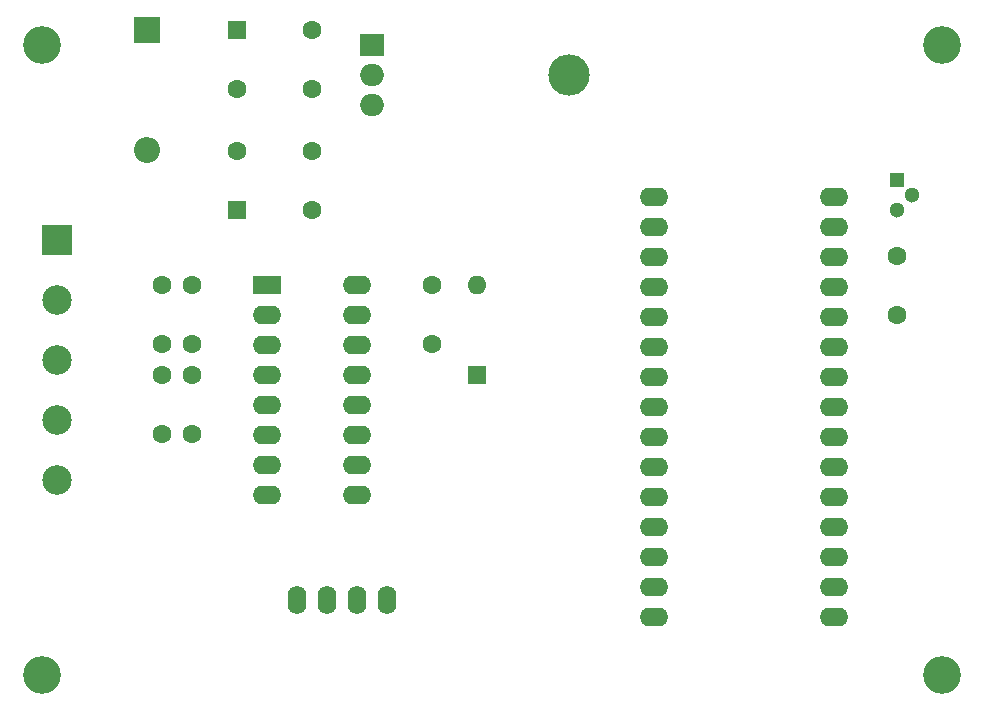
<source format=gbr>
G04 #@! TF.GenerationSoftware,KiCad,Pcbnew,(5.1.4)-1*
G04 #@! TF.CreationDate,2020-03-09T20:36:36+01:00*
G04 #@! TF.ProjectId,transmitter,7472616e-736d-4697-9474-65722e6b6963,rev?*
G04 #@! TF.SameCoordinates,Original*
G04 #@! TF.FileFunction,Soldermask,Bot*
G04 #@! TF.FilePolarity,Negative*
%FSLAX46Y46*%
G04 Gerber Fmt 4.6, Leading zero omitted, Abs format (unit mm)*
G04 Created by KiCad (PCBNEW (5.1.4)-1) date 2020-03-09 20:36:36*
%MOMM*%
%LPD*%
G04 APERTURE LIST*
%ADD10C,2.500000*%
%ADD11R,2.500000X2.500000*%
%ADD12O,2.400000X1.600000*%
%ADD13O,1.600000X2.400000*%
%ADD14C,3.200000*%
%ADD15R,2.400000X1.600000*%
%ADD16R,1.300000X1.300000*%
%ADD17C,1.300000*%
%ADD18O,2.000000X1.905000*%
%ADD19R,2.000000X1.905000*%
%ADD20O,3.500000X3.500000*%
%ADD21O,1.600000X1.600000*%
%ADD22R,1.600000X1.600000*%
%ADD23O,2.200000X2.200000*%
%ADD24R,2.200000X2.200000*%
%ADD25C,1.600000*%
G04 APERTURE END LIST*
D10*
X69850000Y-92710000D03*
X69850000Y-87630000D03*
X69850000Y-82550000D03*
X69850000Y-77470000D03*
D11*
X69850000Y-72390000D03*
D12*
X135636000Y-104267000D03*
X135636000Y-101727000D03*
X135636000Y-99187000D03*
X135636000Y-96647000D03*
X135636000Y-94107000D03*
X135636000Y-91567000D03*
X135636000Y-89027000D03*
X135636000Y-86487000D03*
X135636000Y-83947000D03*
X135636000Y-81407000D03*
X135636000Y-78867000D03*
X135636000Y-76327000D03*
X135636000Y-73787000D03*
X135636000Y-71247000D03*
X135636000Y-68707000D03*
X120396000Y-104267000D03*
X120396000Y-101727000D03*
X120396000Y-99187000D03*
X120396000Y-96647000D03*
X120396000Y-94107000D03*
X120396000Y-91567000D03*
X120396000Y-89027000D03*
X120396000Y-86487000D03*
X120396000Y-83947000D03*
X120396000Y-81407000D03*
X120396000Y-78867000D03*
X120396000Y-76327000D03*
X120396000Y-73787000D03*
X120396000Y-71247000D03*
X120396000Y-68707000D03*
D13*
X97790000Y-102870000D03*
X95250000Y-102870000D03*
X92710000Y-102870000D03*
X90170000Y-102870000D03*
D14*
X144780000Y-109220000D03*
X144780000Y-55880000D03*
X68580000Y-109220000D03*
X68580000Y-55880000D03*
D12*
X95250000Y-76200000D03*
X87630000Y-93980000D03*
X95250000Y-78740000D03*
X87630000Y-91440000D03*
X95250000Y-81280000D03*
X87630000Y-88900000D03*
X95250000Y-83820000D03*
X87630000Y-86360000D03*
X95250000Y-86360000D03*
X87630000Y-83820000D03*
X95250000Y-88900000D03*
X87630000Y-81280000D03*
X95250000Y-91440000D03*
X87630000Y-78740000D03*
X95250000Y-93980000D03*
D15*
X87630000Y-76200000D03*
D16*
X140970000Y-67310000D03*
D17*
X140970000Y-69850000D03*
X142240000Y-68580000D03*
D18*
X96520000Y-60960000D03*
X96520000Y-58420000D03*
D19*
X96520000Y-55880000D03*
D20*
X113180000Y-58420000D03*
D21*
X105410000Y-76200000D03*
D22*
X105410000Y-83820000D03*
D23*
X77470000Y-64770000D03*
D24*
X77470000Y-54610000D03*
D25*
X78740000Y-83820000D03*
X78740000Y-88820000D03*
X78740000Y-76200000D03*
X78740000Y-81200000D03*
X81280000Y-81200000D03*
X81280000Y-76200000D03*
X81280000Y-88820000D03*
X81280000Y-83820000D03*
X101600000Y-81200000D03*
X101600000Y-76200000D03*
X140970000Y-73740000D03*
X140970000Y-78740000D03*
X85090000Y-64850000D03*
D22*
X85090000Y-69850000D03*
D25*
X91440000Y-64850000D03*
X91440000Y-69850000D03*
X91440000Y-59610000D03*
X91440000Y-54610000D03*
X85090000Y-59610000D03*
D22*
X85090000Y-54610000D03*
M02*

</source>
